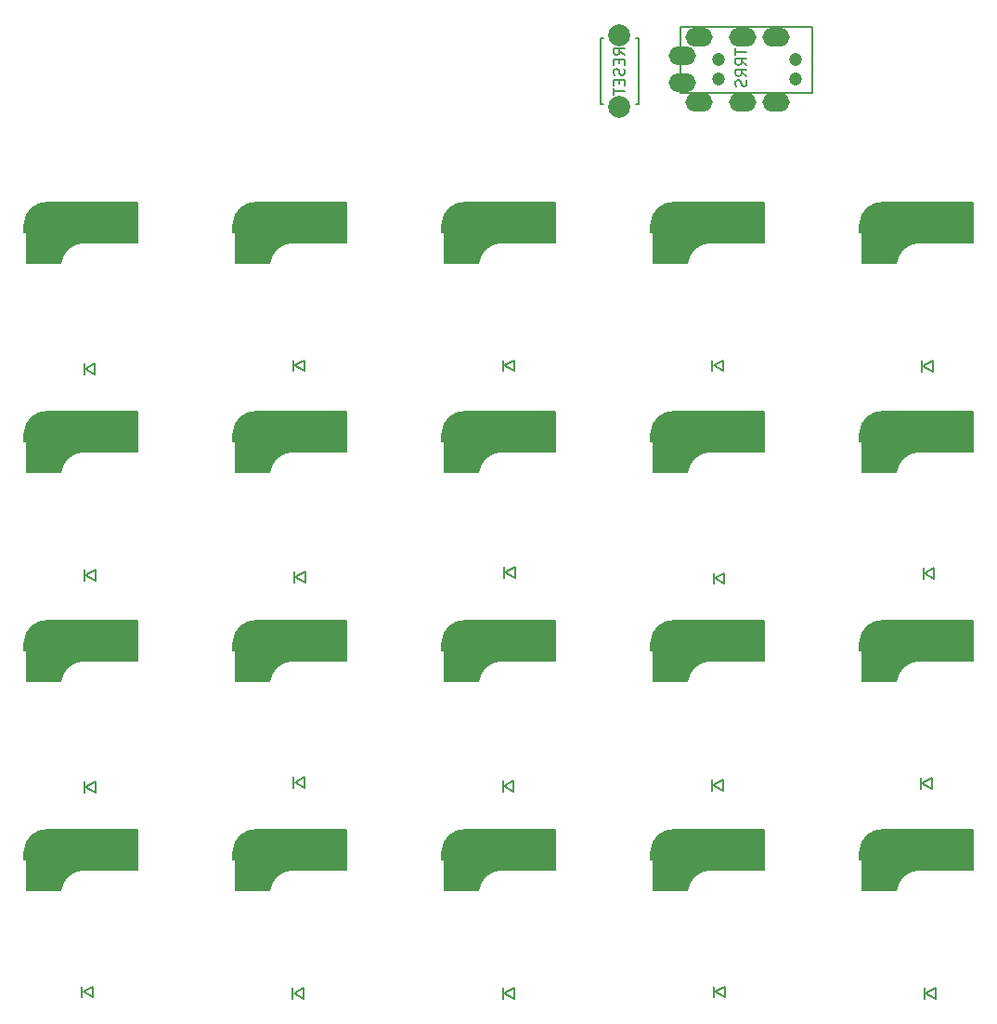
<source format=gbr>
%TF.GenerationSoftware,KiCad,Pcbnew,7.0.1-0*%
%TF.CreationDate,2023-08-16T18:45:31+09:00*%
%TF.ProjectId,jisaku20_right,6a697361-6b75-4323-905f-72696768742e,rev?*%
%TF.SameCoordinates,Original*%
%TF.FileFunction,Legend,Bot*%
%TF.FilePolarity,Positive*%
%FSLAX46Y46*%
G04 Gerber Fmt 4.6, Leading zero omitted, Abs format (unit mm)*
G04 Created by KiCad (PCBNEW 7.0.1-0) date 2023-08-16 18:45:31*
%MOMM*%
%LPD*%
G01*
G04 APERTURE LIST*
%ADD10C,0.150000*%
%ADD11C,0.300000*%
%ADD12C,0.500000*%
%ADD13C,0.800000*%
%ADD14C,3.000000*%
%ADD15C,3.500000*%
%ADD16C,1.000000*%
%ADD17C,0.400000*%
%ADD18C,1.200000*%
%ADD19O,2.500000X1.700000*%
%ADD20C,2.000000*%
G04 APERTURE END LIST*
D10*
%TO.C,J1*%
X58942619Y20631904D02*
X58942619Y20060476D01*
X59942619Y20346190D02*
X58942619Y20346190D01*
X59942619Y19155714D02*
X59466428Y19489047D01*
X59942619Y19727142D02*
X58942619Y19727142D01*
X58942619Y19727142D02*
X58942619Y19346190D01*
X58942619Y19346190D02*
X58990238Y19250952D01*
X58990238Y19250952D02*
X59037857Y19203333D01*
X59037857Y19203333D02*
X59133095Y19155714D01*
X59133095Y19155714D02*
X59275952Y19155714D01*
X59275952Y19155714D02*
X59371190Y19203333D01*
X59371190Y19203333D02*
X59418809Y19250952D01*
X59418809Y19250952D02*
X59466428Y19346190D01*
X59466428Y19346190D02*
X59466428Y19727142D01*
X59942619Y18155714D02*
X59466428Y18489047D01*
X59942619Y18727142D02*
X58942619Y18727142D01*
X58942619Y18727142D02*
X58942619Y18346190D01*
X58942619Y18346190D02*
X58990238Y18250952D01*
X58990238Y18250952D02*
X59037857Y18203333D01*
X59037857Y18203333D02*
X59133095Y18155714D01*
X59133095Y18155714D02*
X59275952Y18155714D01*
X59275952Y18155714D02*
X59371190Y18203333D01*
X59371190Y18203333D02*
X59418809Y18250952D01*
X59418809Y18250952D02*
X59466428Y18346190D01*
X59466428Y18346190D02*
X59466428Y18727142D01*
X59895000Y17774761D02*
X59942619Y17631904D01*
X59942619Y17631904D02*
X59942619Y17393809D01*
X59942619Y17393809D02*
X59895000Y17298571D01*
X59895000Y17298571D02*
X59847380Y17250952D01*
X59847380Y17250952D02*
X59752142Y17203333D01*
X59752142Y17203333D02*
X59656904Y17203333D01*
X59656904Y17203333D02*
X59561666Y17250952D01*
X59561666Y17250952D02*
X59514047Y17298571D01*
X59514047Y17298571D02*
X59466428Y17393809D01*
X59466428Y17393809D02*
X59418809Y17584285D01*
X59418809Y17584285D02*
X59371190Y17679523D01*
X59371190Y17679523D02*
X59323571Y17727142D01*
X59323571Y17727142D02*
X59228333Y17774761D01*
X59228333Y17774761D02*
X59133095Y17774761D01*
X59133095Y17774761D02*
X59037857Y17727142D01*
X59037857Y17727142D02*
X58990238Y17679523D01*
X58990238Y17679523D02*
X58942619Y17584285D01*
X58942619Y17584285D02*
X58942619Y17346190D01*
X58942619Y17346190D02*
X58990238Y17203333D01*
%TO.C,SW21*%
X48822619Y20082381D02*
X48346428Y20415714D01*
X48822619Y20653809D02*
X47822619Y20653809D01*
X47822619Y20653809D02*
X47822619Y20272857D01*
X47822619Y20272857D02*
X47870238Y20177619D01*
X47870238Y20177619D02*
X47917857Y20130000D01*
X47917857Y20130000D02*
X48013095Y20082381D01*
X48013095Y20082381D02*
X48155952Y20082381D01*
X48155952Y20082381D02*
X48251190Y20130000D01*
X48251190Y20130000D02*
X48298809Y20177619D01*
X48298809Y20177619D02*
X48346428Y20272857D01*
X48346428Y20272857D02*
X48346428Y20653809D01*
X48298809Y19653809D02*
X48298809Y19320476D01*
X48822619Y19177619D02*
X48822619Y19653809D01*
X48822619Y19653809D02*
X47822619Y19653809D01*
X47822619Y19653809D02*
X47822619Y19177619D01*
X48775000Y18796666D02*
X48822619Y18653809D01*
X48822619Y18653809D02*
X48822619Y18415714D01*
X48822619Y18415714D02*
X48775000Y18320476D01*
X48775000Y18320476D02*
X48727380Y18272857D01*
X48727380Y18272857D02*
X48632142Y18225238D01*
X48632142Y18225238D02*
X48536904Y18225238D01*
X48536904Y18225238D02*
X48441666Y18272857D01*
X48441666Y18272857D02*
X48394047Y18320476D01*
X48394047Y18320476D02*
X48346428Y18415714D01*
X48346428Y18415714D02*
X48298809Y18606190D01*
X48298809Y18606190D02*
X48251190Y18701428D01*
X48251190Y18701428D02*
X48203571Y18749047D01*
X48203571Y18749047D02*
X48108333Y18796666D01*
X48108333Y18796666D02*
X48013095Y18796666D01*
X48013095Y18796666D02*
X47917857Y18749047D01*
X47917857Y18749047D02*
X47870238Y18701428D01*
X47870238Y18701428D02*
X47822619Y18606190D01*
X47822619Y18606190D02*
X47822619Y18368095D01*
X47822619Y18368095D02*
X47870238Y18225238D01*
X48298809Y17796666D02*
X48298809Y17463333D01*
X48822619Y17320476D02*
X48822619Y17796666D01*
X48822619Y17796666D02*
X47822619Y17796666D01*
X47822619Y17796666D02*
X47822619Y17320476D01*
X47822619Y17034761D02*
X47822619Y16463333D01*
X48822619Y16749047D02*
X47822619Y16749047D01*
%TO.C,SW15*%
X70300000Y-33400000D02*
X70300000Y-34150000D01*
X70300000Y-34150000D02*
X70500000Y-34150000D01*
D11*
X70400000Y-34050000D02*
X70400000Y-33400000D01*
D10*
X70550000Y-32550000D02*
X70550000Y-37000000D01*
X70550000Y-37000000D02*
X73580000Y-37000000D01*
D12*
X70750000Y-36800000D02*
X73200000Y-36800000D01*
D13*
X70900000Y-36500000D02*
X70900000Y-34700001D01*
D14*
X72030000Y-33000000D02*
X72030000Y-35240000D01*
D10*
X75800000Y-35100000D02*
X80600000Y-35100000D01*
D15*
X78800000Y-33300000D02*
X72100000Y-33300000D01*
D16*
X80100000Y-32100000D02*
X80100000Y-34600000D01*
D12*
X80400000Y-34850000D02*
X79100000Y-34800000D01*
D17*
X80450000Y-31700000D02*
X79200000Y-31700000D01*
D10*
X80580000Y-34100000D02*
X80580000Y-31850000D01*
X80600000Y-31500000D02*
X72399999Y-31500000D01*
X80600000Y-35100000D02*
X80600000Y-31500000D01*
X72399999Y-31499999D02*
G75*
G03*
X70300000Y-33400001I-100000J-1999999D01*
G01*
D16*
X75400000Y-34700000D02*
G75*
G03*
X73183682Y-36578529I-65001J-2169999D01*
G01*
D10*
X75800000Y-35100000D02*
G75*
G03*
X73583682Y-36978529I-65001J-2169999D01*
G01*
%TO.C,SW1*%
X-5900000Y4700000D02*
X-5900000Y3950000D01*
X-5900000Y3950000D02*
X-5700000Y3950000D01*
D11*
X-5800000Y4050000D02*
X-5800000Y4700000D01*
D10*
X-5650000Y5550000D02*
X-5650000Y1100000D01*
X-5650000Y1100000D02*
X-2620000Y1100000D01*
D12*
X-5450000Y1300000D02*
X-3000000Y1300000D01*
D13*
X-5300000Y1600000D02*
X-5300000Y3399999D01*
D14*
X-4170000Y5100000D02*
X-4170000Y2860000D01*
D10*
X-400000Y3000000D02*
X4400000Y3000000D01*
D15*
X2600000Y4800000D02*
X-4100000Y4800000D01*
D16*
X3900000Y6000000D02*
X3900000Y3500000D01*
D12*
X4200000Y3250000D02*
X2900000Y3300000D01*
D17*
X4250000Y6400000D02*
X3000000Y6400000D01*
D10*
X4380000Y4000000D02*
X4380000Y6250000D01*
X4400000Y6600000D02*
X-3800001Y6600000D01*
X4400000Y3000000D02*
X4400000Y6600000D01*
X-3800001Y6600001D02*
G75*
G03*
X-5900000Y4699999I-100000J-1999999D01*
G01*
D16*
X-800000Y3400000D02*
G75*
G03*
X-3016318Y1521471I-65001J-2169999D01*
G01*
D10*
X-400000Y3000000D02*
G75*
G03*
X-2616318Y1121471I-65001J-2169999D01*
G01*
%TO.C,SW14*%
X51250000Y-33400000D02*
X51250000Y-34150000D01*
X51250000Y-34150000D02*
X51450000Y-34150000D01*
D11*
X51350000Y-34050000D02*
X51350000Y-33400000D01*
D10*
X51500000Y-32550000D02*
X51500000Y-37000000D01*
X51500000Y-37000000D02*
X54530000Y-37000000D01*
D12*
X51700000Y-36800000D02*
X54150000Y-36800000D01*
D13*
X51850000Y-36500000D02*
X51850000Y-34700001D01*
D14*
X52980000Y-33000000D02*
X52980000Y-35240000D01*
D10*
X56750000Y-35100000D02*
X61550000Y-35100000D01*
D15*
X59750000Y-33300000D02*
X53050000Y-33300000D01*
D16*
X61050000Y-32100000D02*
X61050000Y-34600000D01*
D12*
X61350000Y-34850000D02*
X60050000Y-34800000D01*
D17*
X61400000Y-31700000D02*
X60150000Y-31700000D01*
D10*
X61530000Y-34100000D02*
X61530000Y-31850000D01*
X61550000Y-31500000D02*
X53349999Y-31500000D01*
X61550000Y-35100000D02*
X61550000Y-31500000D01*
X53349999Y-31499999D02*
G75*
G03*
X51250000Y-33400001I-100000J-1999999D01*
G01*
D16*
X56350000Y-34700000D02*
G75*
G03*
X54133682Y-36578529I-65001J-2169999D01*
G01*
D10*
X56750000Y-35100000D02*
G75*
G03*
X54533682Y-36978529I-65001J-2169999D01*
G01*
%TO.C,SW2*%
X13150000Y4700000D02*
X13150000Y3950000D01*
X13150000Y3950000D02*
X13350000Y3950000D01*
D11*
X13250000Y4050000D02*
X13250000Y4700000D01*
D10*
X13400000Y5550000D02*
X13400000Y1100000D01*
X13400000Y1100000D02*
X16430000Y1100000D01*
D12*
X13600000Y1300000D02*
X16050000Y1300000D01*
D13*
X13750000Y1600000D02*
X13750000Y3399999D01*
D14*
X14880000Y5100000D02*
X14880000Y2860000D01*
D10*
X18650000Y3000000D02*
X23450000Y3000000D01*
D15*
X21650000Y4800000D02*
X14950000Y4800000D01*
D16*
X22950000Y6000000D02*
X22950000Y3500000D01*
D12*
X23250000Y3250000D02*
X21950000Y3300000D01*
D17*
X23300000Y6400000D02*
X22050000Y6400000D01*
D10*
X23430000Y4000000D02*
X23430000Y6250000D01*
X23450000Y6600000D02*
X15249999Y6600000D01*
X23450000Y3000000D02*
X23450000Y6600000D01*
X15249999Y6600001D02*
G75*
G03*
X13150000Y4699999I-100000J-1999999D01*
G01*
D16*
X18250000Y3400000D02*
G75*
G03*
X16033682Y1521471I-65001J-2169999D01*
G01*
D10*
X18650000Y3000000D02*
G75*
G03*
X16433682Y1121471I-65001J-2169999D01*
G01*
%TO.C,SW17*%
X13150000Y-52450000D02*
X13150000Y-53200000D01*
X13150000Y-53200000D02*
X13350000Y-53200000D01*
D11*
X13250000Y-53100000D02*
X13250000Y-52450000D01*
D10*
X13400000Y-51600000D02*
X13400000Y-56050000D01*
X13400000Y-56050000D02*
X16430000Y-56050000D01*
D12*
X13600000Y-55850000D02*
X16050000Y-55850000D01*
D13*
X13750000Y-55550000D02*
X13750000Y-53750001D01*
D14*
X14880000Y-52050000D02*
X14880000Y-54290000D01*
D10*
X18650000Y-54150000D02*
X23450000Y-54150000D01*
D15*
X21650000Y-52350000D02*
X14950000Y-52350000D01*
D16*
X22950000Y-51150000D02*
X22950000Y-53650000D01*
D12*
X23250000Y-53900000D02*
X21950000Y-53850000D01*
D17*
X23300000Y-50750000D02*
X22050000Y-50750000D01*
D10*
X23430000Y-53150000D02*
X23430000Y-50900000D01*
X23450000Y-50550000D02*
X15249999Y-50550000D01*
X23450000Y-54150000D02*
X23450000Y-50550000D01*
X15249999Y-50549999D02*
G75*
G03*
X13150000Y-52450001I-100000J-1999999D01*
G01*
D16*
X18250000Y-53750000D02*
G75*
G03*
X16033682Y-55628529I-65001J-2169999D01*
G01*
D10*
X18650000Y-54150000D02*
G75*
G03*
X16433682Y-56028529I-65001J-2169999D01*
G01*
%TO.C,SW5*%
X70300000Y4700000D02*
X70300000Y3950000D01*
X70300000Y3950000D02*
X70500000Y3950000D01*
D11*
X70400000Y4050000D02*
X70400000Y4700000D01*
D10*
X70550000Y5550000D02*
X70550000Y1100000D01*
X70550000Y1100000D02*
X73580000Y1100000D01*
D12*
X70750000Y1300000D02*
X73200000Y1300000D01*
D13*
X70900000Y1600000D02*
X70900000Y3399999D01*
D14*
X72030000Y5100000D02*
X72030000Y2860000D01*
D10*
X75800000Y3000000D02*
X80600000Y3000000D01*
D15*
X78800000Y4800000D02*
X72100000Y4800000D01*
D16*
X80100000Y6000000D02*
X80100000Y3500000D01*
D12*
X80400000Y3250000D02*
X79100000Y3300000D01*
D17*
X80450000Y6400000D02*
X79200000Y6400000D01*
D10*
X80580000Y4000000D02*
X80580000Y6250000D01*
X80600000Y6600000D02*
X72399999Y6600000D01*
X80600000Y3000000D02*
X80600000Y6600000D01*
X72399999Y6600001D02*
G75*
G03*
X70300000Y4699999I-100000J-1999999D01*
G01*
D16*
X75400000Y3400000D02*
G75*
G03*
X73183682Y1521471I-65001J-2169999D01*
G01*
D10*
X75800000Y3000000D02*
G75*
G03*
X73583682Y1121471I-65001J-2169999D01*
G01*
%TO.C,SW7*%
X13150000Y-14350000D02*
X13150000Y-15100000D01*
X13150000Y-15100000D02*
X13350000Y-15100000D01*
D11*
X13250000Y-15000000D02*
X13250000Y-14350000D01*
D10*
X13400000Y-13500000D02*
X13400000Y-17950000D01*
X13400000Y-17950000D02*
X16430000Y-17950000D01*
D12*
X13600000Y-17750000D02*
X16050000Y-17750000D01*
D13*
X13750000Y-17450000D02*
X13750000Y-15650001D01*
D14*
X14880000Y-13950000D02*
X14880000Y-16190000D01*
D10*
X18650000Y-16050000D02*
X23450000Y-16050000D01*
D15*
X21650000Y-14250000D02*
X14950000Y-14250000D01*
D16*
X22950000Y-13050000D02*
X22950000Y-15550000D01*
D12*
X23250000Y-15800000D02*
X21950000Y-15750000D01*
D17*
X23300000Y-12650000D02*
X22050000Y-12650000D01*
D10*
X23430000Y-15050000D02*
X23430000Y-12800000D01*
X23450000Y-12450000D02*
X15249999Y-12450000D01*
X23450000Y-16050000D02*
X23450000Y-12450000D01*
X15249999Y-12449999D02*
G75*
G03*
X13150000Y-14350001I-100000J-1999999D01*
G01*
D16*
X18250000Y-15650000D02*
G75*
G03*
X16033682Y-17528529I-65001J-2169999D01*
G01*
D10*
X18650000Y-16050000D02*
G75*
G03*
X16433682Y-17928529I-65001J-2169999D01*
G01*
%TO.C,SW20*%
X70300000Y-52450000D02*
X70300000Y-53200000D01*
X70300000Y-53200000D02*
X70500000Y-53200000D01*
D11*
X70400000Y-53100000D02*
X70400000Y-52450000D01*
D10*
X70550000Y-51600000D02*
X70550000Y-56050000D01*
X70550000Y-56050000D02*
X73580000Y-56050000D01*
D12*
X70750000Y-55850000D02*
X73200000Y-55850000D01*
D13*
X70900000Y-55550000D02*
X70900000Y-53750001D01*
D14*
X72030000Y-52050000D02*
X72030000Y-54290000D01*
D10*
X75800000Y-54150000D02*
X80600000Y-54150000D01*
D15*
X78800000Y-52350000D02*
X72100000Y-52350000D01*
D16*
X80100000Y-51150000D02*
X80100000Y-53650000D01*
D12*
X80400000Y-53900000D02*
X79100000Y-53850000D01*
D17*
X80450000Y-50750000D02*
X79200000Y-50750000D01*
D10*
X80580000Y-53150000D02*
X80580000Y-50900000D01*
X80600000Y-50550000D02*
X72399999Y-50550000D01*
X80600000Y-54150000D02*
X80600000Y-50550000D01*
X72399999Y-50549999D02*
G75*
G03*
X70300000Y-52450001I-100000J-1999999D01*
G01*
D16*
X75400000Y-53750000D02*
G75*
G03*
X73183682Y-55628529I-65001J-2169999D01*
G01*
D10*
X75800000Y-54150000D02*
G75*
G03*
X73583682Y-56028529I-65001J-2169999D01*
G01*
%TO.C,SW8*%
X32200000Y-14350000D02*
X32200000Y-15100000D01*
X32200000Y-15100000D02*
X32400000Y-15100000D01*
D11*
X32300000Y-15000000D02*
X32300000Y-14350000D01*
D10*
X32450000Y-13500000D02*
X32450000Y-17950000D01*
X32450000Y-17950000D02*
X35480000Y-17950000D01*
D12*
X32650000Y-17750000D02*
X35100000Y-17750000D01*
D13*
X32800000Y-17450000D02*
X32800000Y-15650001D01*
D14*
X33930000Y-13950000D02*
X33930000Y-16190000D01*
D10*
X37700000Y-16050000D02*
X42500000Y-16050000D01*
D15*
X40700000Y-14250000D02*
X34000000Y-14250000D01*
D16*
X42000000Y-13050000D02*
X42000000Y-15550000D01*
D12*
X42300000Y-15800000D02*
X41000000Y-15750000D01*
D17*
X42350000Y-12650000D02*
X41100000Y-12650000D01*
D10*
X42480000Y-15050000D02*
X42480000Y-12800000D01*
X42500000Y-12450000D02*
X34299999Y-12450000D01*
X42500000Y-16050000D02*
X42500000Y-12450000D01*
X34299999Y-12449999D02*
G75*
G03*
X32200000Y-14350001I-100000J-1999999D01*
G01*
D16*
X37300000Y-15650000D02*
G75*
G03*
X35083682Y-17528529I-65001J-2169999D01*
G01*
D10*
X37700000Y-16050000D02*
G75*
G03*
X35483682Y-17928529I-65001J-2169999D01*
G01*
%TO.C,SW10*%
X70300000Y-14350000D02*
X70300000Y-15100000D01*
X70300000Y-15100000D02*
X70500000Y-15100000D01*
D11*
X70400000Y-15000000D02*
X70400000Y-14350000D01*
D10*
X70550000Y-13500000D02*
X70550000Y-17950000D01*
X70550000Y-17950000D02*
X73580000Y-17950000D01*
D12*
X70750000Y-17750000D02*
X73200000Y-17750000D01*
D13*
X70900000Y-17450000D02*
X70900000Y-15650001D01*
D14*
X72030000Y-13950000D02*
X72030000Y-16190000D01*
D10*
X75800000Y-16050000D02*
X80600000Y-16050000D01*
D15*
X78800000Y-14250000D02*
X72100000Y-14250000D01*
D16*
X80100000Y-13050000D02*
X80100000Y-15550000D01*
D12*
X80400000Y-15800000D02*
X79100000Y-15750000D01*
D17*
X80450000Y-12650000D02*
X79200000Y-12650000D01*
D10*
X80580000Y-15050000D02*
X80580000Y-12800000D01*
X80600000Y-12450000D02*
X72399999Y-12450000D01*
X80600000Y-16050000D02*
X80600000Y-12450000D01*
X72399999Y-12449999D02*
G75*
G03*
X70300000Y-14350001I-100000J-1999999D01*
G01*
D16*
X75400000Y-15650000D02*
G75*
G03*
X73183682Y-17528529I-65001J-2169999D01*
G01*
D10*
X75800000Y-16050000D02*
G75*
G03*
X73583682Y-17928529I-65001J-2169999D01*
G01*
%TO.C,SW3*%
X32200000Y4700000D02*
X32200000Y3950000D01*
X32200000Y3950000D02*
X32400000Y3950000D01*
D11*
X32300000Y4050000D02*
X32300000Y4700000D01*
D10*
X32450000Y5550000D02*
X32450000Y1100000D01*
X32450000Y1100000D02*
X35480000Y1100000D01*
D12*
X32650000Y1300000D02*
X35100000Y1300000D01*
D13*
X32800000Y1600000D02*
X32800000Y3399999D01*
D14*
X33930000Y5100000D02*
X33930000Y2860000D01*
D10*
X37700000Y3000000D02*
X42500000Y3000000D01*
D15*
X40700000Y4800000D02*
X34000000Y4800000D01*
D16*
X42000000Y6000000D02*
X42000000Y3500000D01*
D12*
X42300000Y3250000D02*
X41000000Y3300000D01*
D17*
X42350000Y6400000D02*
X41100000Y6400000D01*
D10*
X42480000Y4000000D02*
X42480000Y6250000D01*
X42500000Y6600000D02*
X34299999Y6600000D01*
X42500000Y3000000D02*
X42500000Y6600000D01*
X34299999Y6600001D02*
G75*
G03*
X32200000Y4699999I-100000J-1999999D01*
G01*
D16*
X37300000Y3400000D02*
G75*
G03*
X35083682Y1521471I-65001J-2169999D01*
G01*
D10*
X37700000Y3000000D02*
G75*
G03*
X35483682Y1121471I-65001J-2169999D01*
G01*
%TO.C,SW16*%
X-5900000Y-52450000D02*
X-5900000Y-53200000D01*
X-5900000Y-53200000D02*
X-5700000Y-53200000D01*
D11*
X-5800000Y-53100000D02*
X-5800000Y-52450000D01*
D10*
X-5650000Y-51600000D02*
X-5650000Y-56050000D01*
X-5650000Y-56050000D02*
X-2620000Y-56050000D01*
D12*
X-5450000Y-55850000D02*
X-3000000Y-55850000D01*
D13*
X-5300000Y-55550000D02*
X-5300000Y-53750001D01*
D14*
X-4170000Y-52050000D02*
X-4170000Y-54290000D01*
D10*
X-400000Y-54150000D02*
X4400000Y-54150000D01*
D15*
X2600000Y-52350000D02*
X-4100000Y-52350000D01*
D16*
X3900000Y-51150000D02*
X3900000Y-53650000D01*
D12*
X4200000Y-53900000D02*
X2900000Y-53850000D01*
D17*
X4250000Y-50750000D02*
X3000000Y-50750000D01*
D10*
X4380000Y-53150000D02*
X4380000Y-50900000D01*
X4400000Y-50550000D02*
X-3800001Y-50550000D01*
X4400000Y-54150000D02*
X4400000Y-50550000D01*
X-3800001Y-50549999D02*
G75*
G03*
X-5900000Y-52450001I-100000J-1999999D01*
G01*
D16*
X-800000Y-53750000D02*
G75*
G03*
X-3016318Y-55628529I-65001J-2169999D01*
G01*
D10*
X-400000Y-54150000D02*
G75*
G03*
X-2616318Y-56028529I-65001J-2169999D01*
G01*
%TO.C,SW18*%
X32200000Y-52450000D02*
X32200000Y-53200000D01*
X32200000Y-53200000D02*
X32400000Y-53200000D01*
D11*
X32300000Y-53100000D02*
X32300000Y-52450000D01*
D10*
X32450000Y-51600000D02*
X32450000Y-56050000D01*
X32450000Y-56050000D02*
X35480000Y-56050000D01*
D12*
X32650000Y-55850000D02*
X35100000Y-55850000D01*
D13*
X32800000Y-55550000D02*
X32800000Y-53750001D01*
D14*
X33930000Y-52050000D02*
X33930000Y-54290000D01*
D10*
X37700000Y-54150000D02*
X42500000Y-54150000D01*
D15*
X40700000Y-52350000D02*
X34000000Y-52350000D01*
D16*
X42000000Y-51150000D02*
X42000000Y-53650000D01*
D12*
X42300000Y-53900000D02*
X41000000Y-53850000D01*
D17*
X42350000Y-50750000D02*
X41100000Y-50750000D01*
D10*
X42480000Y-53150000D02*
X42480000Y-50900000D01*
X42500000Y-50550000D02*
X34299999Y-50550000D01*
X42500000Y-54150000D02*
X42500000Y-50550000D01*
X34299999Y-50549999D02*
G75*
G03*
X32200000Y-52450001I-100000J-1999999D01*
G01*
D16*
X37300000Y-53750000D02*
G75*
G03*
X35083682Y-55628529I-65001J-2169999D01*
G01*
D10*
X37700000Y-54150000D02*
G75*
G03*
X35483682Y-56028529I-65001J-2169999D01*
G01*
%TO.C,SW12*%
X13150000Y-33400000D02*
X13150000Y-34150000D01*
X13150000Y-34150000D02*
X13350000Y-34150000D01*
D11*
X13250000Y-34050000D02*
X13250000Y-33400000D01*
D10*
X13400000Y-32550000D02*
X13400000Y-37000000D01*
X13400000Y-37000000D02*
X16430000Y-37000000D01*
D12*
X13600000Y-36800000D02*
X16050000Y-36800000D01*
D13*
X13750000Y-36500000D02*
X13750000Y-34700001D01*
D14*
X14880000Y-33000000D02*
X14880000Y-35240000D01*
D10*
X18650000Y-35100000D02*
X23450000Y-35100000D01*
D15*
X21650000Y-33300000D02*
X14950000Y-33300000D01*
D16*
X22950000Y-32100000D02*
X22950000Y-34600000D01*
D12*
X23250000Y-34850000D02*
X21950000Y-34800000D01*
D17*
X23300000Y-31700000D02*
X22050000Y-31700000D01*
D10*
X23430000Y-34100000D02*
X23430000Y-31850000D01*
X23450000Y-31500000D02*
X15249999Y-31500000D01*
X23450000Y-35100000D02*
X23450000Y-31500000D01*
X15249999Y-31499999D02*
G75*
G03*
X13150000Y-33400001I-100000J-1999999D01*
G01*
D16*
X18250000Y-34700000D02*
G75*
G03*
X16033682Y-36578529I-65001J-2169999D01*
G01*
D10*
X18650000Y-35100000D02*
G75*
G03*
X16433682Y-36978529I-65001J-2169999D01*
G01*
%TO.C,SW9*%
X51250000Y-14350000D02*
X51250000Y-15100000D01*
X51250000Y-15100000D02*
X51450000Y-15100000D01*
D11*
X51350000Y-15000000D02*
X51350000Y-14350000D01*
D10*
X51500000Y-13500000D02*
X51500000Y-17950000D01*
X51500000Y-17950000D02*
X54530000Y-17950000D01*
D12*
X51700000Y-17750000D02*
X54150000Y-17750000D01*
D13*
X51850000Y-17450000D02*
X51850000Y-15650001D01*
D14*
X52980000Y-13950000D02*
X52980000Y-16190000D01*
D10*
X56750000Y-16050000D02*
X61550000Y-16050000D01*
D15*
X59750000Y-14250000D02*
X53050000Y-14250000D01*
D16*
X61050000Y-13050000D02*
X61050000Y-15550000D01*
D12*
X61350000Y-15800000D02*
X60050000Y-15750000D01*
D17*
X61400000Y-12650000D02*
X60150000Y-12650000D01*
D10*
X61530000Y-15050000D02*
X61530000Y-12800000D01*
X61550000Y-12450000D02*
X53349999Y-12450000D01*
X61550000Y-16050000D02*
X61550000Y-12450000D01*
X53349999Y-12449999D02*
G75*
G03*
X51250000Y-14350001I-100000J-1999999D01*
G01*
D16*
X56350000Y-15650000D02*
G75*
G03*
X54133682Y-17528529I-65001J-2169999D01*
G01*
D10*
X56750000Y-16050000D02*
G75*
G03*
X54533682Y-17928529I-65001J-2169999D01*
G01*
%TO.C,SW11*%
X-5900000Y-33400000D02*
X-5900000Y-34150000D01*
X-5900000Y-34150000D02*
X-5700000Y-34150000D01*
D11*
X-5800000Y-34050000D02*
X-5800000Y-33400000D01*
D10*
X-5650000Y-32550000D02*
X-5650000Y-37000000D01*
X-5650000Y-37000000D02*
X-2620000Y-37000000D01*
D12*
X-5450000Y-36800000D02*
X-3000000Y-36800000D01*
D13*
X-5300000Y-36500000D02*
X-5300000Y-34700001D01*
D14*
X-4170000Y-33000000D02*
X-4170000Y-35240000D01*
D10*
X-400000Y-35100000D02*
X4400000Y-35100000D01*
D15*
X2600000Y-33300000D02*
X-4100000Y-33300000D01*
D16*
X3900000Y-32100000D02*
X3900000Y-34600000D01*
D12*
X4200000Y-34850000D02*
X2900000Y-34800000D01*
D17*
X4250000Y-31700000D02*
X3000000Y-31700000D01*
D10*
X4380000Y-34100000D02*
X4380000Y-31850000D01*
X4400000Y-31500000D02*
X-3800001Y-31500000D01*
X4400000Y-35100000D02*
X4400000Y-31500000D01*
X-3800001Y-31499999D02*
G75*
G03*
X-5900000Y-33400001I-100000J-1999999D01*
G01*
D16*
X-800000Y-34700000D02*
G75*
G03*
X-3016318Y-36578529I-65001J-2169999D01*
G01*
D10*
X-400000Y-35100000D02*
G75*
G03*
X-2616318Y-36978529I-65001J-2169999D01*
G01*
%TO.C,SW6*%
X-5900000Y-14350000D02*
X-5900000Y-15100000D01*
X-5900000Y-15100000D02*
X-5700000Y-15100000D01*
D11*
X-5800000Y-15000000D02*
X-5800000Y-14350000D01*
D10*
X-5650000Y-13500000D02*
X-5650000Y-17950000D01*
X-5650000Y-17950000D02*
X-2620000Y-17950000D01*
D12*
X-5450000Y-17750000D02*
X-3000000Y-17750000D01*
D13*
X-5300000Y-17450000D02*
X-5300000Y-15650001D01*
D14*
X-4170000Y-13950000D02*
X-4170000Y-16190000D01*
D10*
X-400000Y-16050000D02*
X4400000Y-16050000D01*
D15*
X2600000Y-14250000D02*
X-4100000Y-14250000D01*
D16*
X3900000Y-13050000D02*
X3900000Y-15550000D01*
D12*
X4200000Y-15800000D02*
X2900000Y-15750000D01*
D17*
X4250000Y-12650000D02*
X3000000Y-12650000D01*
D10*
X4380000Y-15050000D02*
X4380000Y-12800000D01*
X4400000Y-12450000D02*
X-3800001Y-12450000D01*
X4400000Y-16050000D02*
X4400000Y-12450000D01*
X-3800001Y-12449999D02*
G75*
G03*
X-5900000Y-14350001I-100000J-1999999D01*
G01*
D16*
X-800000Y-15650000D02*
G75*
G03*
X-3016318Y-17528529I-65001J-2169999D01*
G01*
D10*
X-400000Y-16050000D02*
G75*
G03*
X-2616318Y-17928529I-65001J-2169999D01*
G01*
%TO.C,SW4*%
X51250000Y4700000D02*
X51250000Y3950000D01*
X51250000Y3950000D02*
X51450000Y3950000D01*
D11*
X51350000Y4050000D02*
X51350000Y4700000D01*
D10*
X51500000Y5550000D02*
X51500000Y1100000D01*
X51500000Y1100000D02*
X54530000Y1100000D01*
D12*
X51700000Y1300000D02*
X54150000Y1300000D01*
D13*
X51850000Y1600000D02*
X51850000Y3399999D01*
D14*
X52980000Y5100000D02*
X52980000Y2860000D01*
D10*
X56750000Y3000000D02*
X61550000Y3000000D01*
D15*
X59750000Y4800000D02*
X53050000Y4800000D01*
D16*
X61050000Y6000000D02*
X61050000Y3500000D01*
D12*
X61350000Y3250000D02*
X60050000Y3300000D01*
D17*
X61400000Y6400000D02*
X60150000Y6400000D01*
D10*
X61530000Y4000000D02*
X61530000Y6250000D01*
X61550000Y6600000D02*
X53349999Y6600000D01*
X61550000Y3000000D02*
X61550000Y6600000D01*
X53349999Y6600001D02*
G75*
G03*
X51250000Y4699999I-100000J-1999999D01*
G01*
D16*
X56350000Y3400000D02*
G75*
G03*
X54133682Y1521471I-65001J-2169999D01*
G01*
D10*
X56750000Y3000000D02*
G75*
G03*
X54533682Y1121471I-65001J-2169999D01*
G01*
%TO.C,SW13*%
X32200000Y-33400000D02*
X32200000Y-34150000D01*
X32200000Y-34150000D02*
X32400000Y-34150000D01*
D11*
X32300000Y-34050000D02*
X32300000Y-33400000D01*
D10*
X32450000Y-32550000D02*
X32450000Y-37000000D01*
X32450000Y-37000000D02*
X35480000Y-37000000D01*
D12*
X32650000Y-36800000D02*
X35100000Y-36800000D01*
D13*
X32800000Y-36500000D02*
X32800000Y-34700001D01*
D14*
X33930000Y-33000000D02*
X33930000Y-35240000D01*
D10*
X37700000Y-35100000D02*
X42500000Y-35100000D01*
D15*
X40700000Y-33300000D02*
X34000000Y-33300000D01*
D16*
X42000000Y-32100000D02*
X42000000Y-34600000D01*
D12*
X42300000Y-34850000D02*
X41000000Y-34800000D01*
D17*
X42350000Y-31700000D02*
X41100000Y-31700000D01*
D10*
X42480000Y-34100000D02*
X42480000Y-31850000D01*
X42500000Y-31500000D02*
X34299999Y-31500000D01*
X42500000Y-35100000D02*
X42500000Y-31500000D01*
X34299999Y-31499999D02*
G75*
G03*
X32200000Y-33400001I-100000J-1999999D01*
G01*
D16*
X37300000Y-34700000D02*
G75*
G03*
X35083682Y-36578529I-65001J-2169999D01*
G01*
D10*
X37700000Y-35100000D02*
G75*
G03*
X35483682Y-36978529I-65001J-2169999D01*
G01*
%TO.C,SW19*%
X51250000Y-52450000D02*
X51250000Y-53200000D01*
X51250000Y-53200000D02*
X51450000Y-53200000D01*
D11*
X51350000Y-53100000D02*
X51350000Y-52450000D01*
D10*
X51500000Y-51600000D02*
X51500000Y-56050000D01*
X51500000Y-56050000D02*
X54530000Y-56050000D01*
D12*
X51700000Y-55850000D02*
X54150000Y-55850000D01*
D13*
X51850000Y-55550000D02*
X51850000Y-53750001D01*
D14*
X52980000Y-52050000D02*
X52980000Y-54290000D01*
D10*
X56750000Y-54150000D02*
X61550000Y-54150000D01*
D15*
X59750000Y-52350000D02*
X53050000Y-52350000D01*
D16*
X61050000Y-51150000D02*
X61050000Y-53650000D01*
D12*
X61350000Y-53900000D02*
X60050000Y-53850000D01*
D17*
X61400000Y-50750000D02*
X60150000Y-50750000D01*
D10*
X61530000Y-53150000D02*
X61530000Y-50900000D01*
X61550000Y-50550000D02*
X53349999Y-50550000D01*
X61550000Y-54150000D02*
X61550000Y-50550000D01*
X53349999Y-50549999D02*
G75*
G03*
X51250000Y-52450001I-100000J-1999999D01*
G01*
D16*
X56350000Y-53750000D02*
G75*
G03*
X54133682Y-55628529I-65001J-2169999D01*
G01*
D10*
X56750000Y-54150000D02*
G75*
G03*
X54533682Y-56028529I-65001J-2169999D01*
G01*
%TO.C,J1*%
X53930000Y16620000D02*
X65930000Y16620000D01*
X65930000Y16620000D02*
X65930000Y22620000D01*
X53930000Y22620000D02*
X53930000Y16620000D01*
X65930000Y22620000D02*
X53930000Y22620000D01*
%TO.C,D15*%
X75860000Y-46832500D02*
X75860000Y-45832500D01*
X75960000Y-46332500D02*
X76860000Y-46832500D01*
X76860000Y-45832500D02*
X75960000Y-46332500D01*
X76860000Y-46832500D02*
X76860000Y-45832500D01*
%TO.C,D11*%
X-430000Y-47140000D02*
X-430000Y-46140000D01*
X-330000Y-46640000D02*
X570000Y-47140000D01*
X570000Y-46140000D02*
X-330000Y-46640000D01*
X570000Y-47140000D02*
X570000Y-46140000D01*
%TO.C,D4*%
X56830000Y-8740000D02*
X56830000Y-7740000D01*
X56930000Y-8240000D02*
X57830000Y-8740000D01*
X57830000Y-7740000D02*
X56930000Y-8240000D01*
X57830000Y-8740000D02*
X57830000Y-7740000D01*
%TO.C,D6*%
X-450000Y-27840000D02*
X-450000Y-26840000D01*
X-350000Y-27340000D02*
X550000Y-27840000D01*
X550000Y-26840000D02*
X-350000Y-27340000D01*
X550000Y-27840000D02*
X550000Y-26840000D01*
%TO.C,D9*%
X56940000Y-28130000D02*
X56940000Y-27130000D01*
X57040000Y-27630000D02*
X57940000Y-28130000D01*
X57940000Y-27130000D02*
X57040000Y-27630000D01*
X57940000Y-28130000D02*
X57940000Y-27130000D01*
%TO.C,D8*%
X37810000Y-27550000D02*
X37810000Y-26550000D01*
X37910000Y-27050000D02*
X38810000Y-27550000D01*
X38810000Y-26550000D02*
X37910000Y-27050000D01*
X38810000Y-27550000D02*
X38810000Y-26550000D01*
%TO.C,D20*%
X76195000Y-65930000D02*
X76195000Y-64930000D01*
X76295000Y-65430000D02*
X77195000Y-65930000D01*
X77195000Y-64930000D02*
X76295000Y-65430000D01*
X77195000Y-65930000D02*
X77195000Y-64930000D01*
%TO.C,D17*%
X18561250Y-65930000D02*
X18561250Y-64930000D01*
X18661250Y-65430000D02*
X19561250Y-65930000D01*
X19561250Y-64930000D02*
X18661250Y-65430000D01*
X19561250Y-65930000D02*
X19561250Y-64930000D01*
%TO.C,D12*%
X18642500Y-46730000D02*
X18642500Y-45730000D01*
X18742500Y-46230000D02*
X19642500Y-46730000D01*
X19642500Y-45730000D02*
X18742500Y-46230000D01*
X19642500Y-46730000D02*
X19642500Y-45730000D01*
%TO.C,D10*%
X76070000Y-27695000D02*
X76070000Y-26695000D01*
X76170000Y-27195000D02*
X77070000Y-27695000D01*
X77070000Y-26695000D02*
X76170000Y-27195000D01*
X77070000Y-27695000D02*
X77070000Y-26695000D01*
%TO.C,D5*%
X75930000Y-8800000D02*
X75930000Y-7800000D01*
X76030000Y-8300000D02*
X76930000Y-8800000D01*
X76930000Y-7800000D02*
X76030000Y-8300000D01*
X76930000Y-8800000D02*
X76930000Y-7800000D01*
%TO.C,D13*%
X37715000Y-47037500D02*
X37715000Y-46037500D01*
X37815000Y-46537500D02*
X38715000Y-47037500D01*
X38715000Y-46037500D02*
X37815000Y-46537500D01*
X38715000Y-47037500D02*
X38715000Y-46037500D01*
%TO.C,D1*%
X-470000Y-9010000D02*
X-470000Y-8010000D01*
X-370000Y-8510000D02*
X530000Y-9010000D01*
X530000Y-8010000D02*
X-370000Y-8510000D01*
X530000Y-9010000D02*
X530000Y-8010000D01*
%TO.C,D14*%
X56787500Y-46935000D02*
X56787500Y-45935000D01*
X56887500Y-46435000D02*
X57787500Y-46935000D01*
X57787500Y-45935000D02*
X56887500Y-46435000D01*
X57787500Y-46935000D02*
X57787500Y-45935000D01*
%TO.C,D7*%
X18680000Y-27985000D02*
X18680000Y-26985000D01*
X18780000Y-27485000D02*
X19680000Y-27985000D01*
X19680000Y-26985000D02*
X18780000Y-27485000D01*
X19680000Y-27985000D02*
X19680000Y-26985000D01*
%TO.C,SW21*%
X50110000Y21630000D02*
X49860000Y21630000D01*
X50110000Y21630000D02*
X50110000Y15630000D01*
X46610000Y21630000D02*
X46860000Y21630000D01*
X46610000Y21630000D02*
X46610000Y15630000D01*
X50110000Y15630000D02*
X49860000Y15630000D01*
X46610000Y15630000D02*
X46860000Y15630000D01*
%TO.C,D3*%
X37730000Y-8740000D02*
X37730000Y-7740000D01*
X37830000Y-8240000D02*
X38730000Y-8740000D01*
X38730000Y-7740000D02*
X37830000Y-8240000D01*
X38730000Y-8740000D02*
X38730000Y-7740000D01*
%TO.C,D19*%
X56983750Y-65800000D02*
X56983750Y-64800000D01*
X57083750Y-65300000D02*
X57983750Y-65800000D01*
X57983750Y-64800000D02*
X57083750Y-65300000D01*
X57983750Y-65800000D02*
X57983750Y-64800000D01*
%TO.C,D18*%
X37772500Y-65930000D02*
X37772500Y-64930000D01*
X37872500Y-65430000D02*
X38772500Y-65930000D01*
X38772500Y-64930000D02*
X37872500Y-65430000D01*
X38772500Y-65930000D02*
X38772500Y-64930000D01*
%TO.C,D16*%
X-650000Y-65800000D02*
X-650000Y-64800000D01*
X-550000Y-65300000D02*
X350000Y-65800000D01*
X350000Y-64800000D02*
X-550000Y-65300000D01*
X350000Y-65800000D02*
X350000Y-64800000D01*
%TO.C,D2*%
X18630000Y-8740000D02*
X18630000Y-7740000D01*
X18730000Y-8240000D02*
X19630000Y-8740000D01*
X19630000Y-7740000D02*
X18730000Y-8240000D01*
X19630000Y-8740000D02*
X19630000Y-7740000D01*
%TD*%
D18*
%TO.C,J1*%
X57430000Y17870000D03*
X64430000Y17870000D03*
X57430000Y19620000D03*
X64430000Y19620000D03*
D19*
X54130000Y17520000D03*
X54130000Y19970000D03*
X62630000Y15770000D03*
X62630000Y21720000D03*
X59630000Y15770000D03*
X59630000Y21720000D03*
X55630000Y15770000D03*
X55630000Y21720000D03*
%TD*%
D20*
%TO.C,SW21*%
X48360000Y15380000D03*
X48360000Y21880000D03*
%TD*%
M02*

</source>
